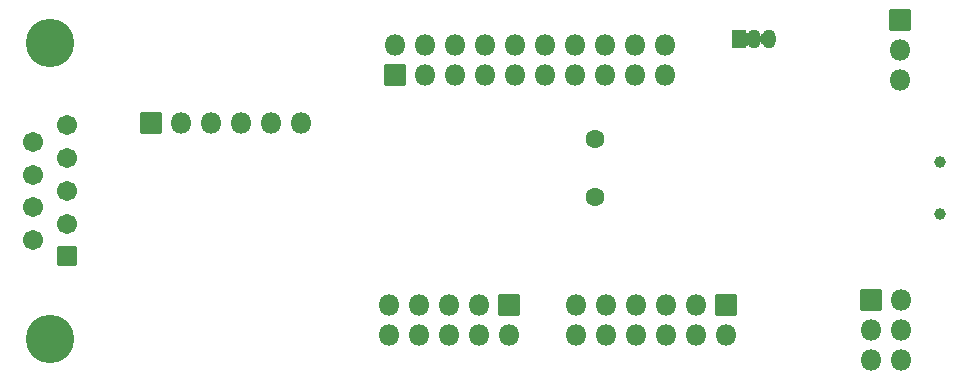
<source format=gbr>
G04 #@! TF.GenerationSoftware,KiCad,Pcbnew,6.99.0-unknown-1140fd0fb0~148~ubuntu20.04.1*
G04 #@! TF.CreationDate,2022-07-29T19:56:23-04:00*
G04 #@! TF.ProjectId,bug-o-matic,6275672d-6f2d-46d6-9174-69632e6b6963,rev?*
G04 #@! TF.SameCoordinates,Original*
G04 #@! TF.FileFunction,Soldermask,Bot*
G04 #@! TF.FilePolarity,Negative*
%FSLAX46Y46*%
G04 Gerber Fmt 4.6, Leading zero omitted, Abs format (unit mm)*
G04 Created by KiCad (PCBNEW 6.99.0-unknown-1140fd0fb0~148~ubuntu20.04.1) date 2022-07-29 19:56:23*
%MOMM*%
%LPD*%
G01*
G04 APERTURE LIST*
G04 Aperture macros list*
%AMRoundRect*
0 Rectangle with rounded corners*
0 $1 Rounding radius*
0 $2 $3 $4 $5 $6 $7 $8 $9 X,Y pos of 4 corners*
0 Add a 4 corners polygon primitive as box body*
4,1,4,$2,$3,$4,$5,$6,$7,$8,$9,$2,$3,0*
0 Add four circle primitives for the rounded corners*
1,1,$1+$1,$2,$3*
1,1,$1+$1,$4,$5*
1,1,$1+$1,$6,$7*
1,1,$1+$1,$8,$9*
0 Add four rect primitives between the rounded corners*
20,1,$1+$1,$2,$3,$4,$5,0*
20,1,$1+$1,$4,$5,$6,$7,0*
20,1,$1+$1,$6,$7,$8,$9,0*
20,1,$1+$1,$8,$9,$2,$3,0*%
G04 Aperture macros list end*
%ADD10C,1.602000*%
%ADD11RoundRect,0.051000X0.850000X-0.850000X0.850000X0.850000X-0.850000X0.850000X-0.850000X-0.850000X0*%
%ADD12O,1.802000X1.802000*%
%ADD13RoundRect,0.051000X-0.525000X-0.750000X0.525000X-0.750000X0.525000X0.750000X-0.525000X0.750000X0*%
%ADD14O,1.152000X1.602000*%
%ADD15RoundRect,0.051000X-0.850000X-0.850000X0.850000X-0.850000X0.850000X0.850000X-0.850000X0.850000X0*%
%ADD16C,1.002000*%
%ADD17RoundRect,0.051000X-0.850000X0.850000X-0.850000X-0.850000X0.850000X-0.850000X0.850000X0.850000X0*%
%ADD18C,4.102000*%
%ADD19RoundRect,0.051000X-0.800000X0.800000X-0.800000X-0.800000X0.800000X-0.800000X0.800000X0.800000X0*%
%ADD20C,1.702000*%
G04 APERTURE END LIST*
D10*
X169250000Y-82700000D03*
X169250000Y-77820000D03*
D11*
X131650000Y-76500000D03*
D12*
X134189999Y-76499999D03*
X136729999Y-76499999D03*
X139269999Y-76499999D03*
X141809999Y-76499999D03*
X144349999Y-76499999D03*
D13*
X181480000Y-69360000D03*
D14*
X182749999Y-69359999D03*
X184019999Y-69359999D03*
D15*
X192600000Y-91475000D03*
D12*
X195139999Y-91474999D03*
X192599999Y-94014999D03*
X195139999Y-94014999D03*
X192599999Y-96554999D03*
X195139999Y-96554999D03*
D16*
X198475000Y-84200000D03*
X198475000Y-79800000D03*
D15*
X195125000Y-67725000D03*
D12*
X195124999Y-70264999D03*
X195124999Y-72804999D03*
D11*
X152325000Y-72400000D03*
D12*
X152324999Y-69859999D03*
X154864999Y-72399999D03*
X154864999Y-69859999D03*
X157404999Y-72399999D03*
X157404999Y-69859999D03*
X159944999Y-72399999D03*
X159944999Y-69859999D03*
X162484999Y-72399999D03*
X162484999Y-69859999D03*
X165024999Y-72399999D03*
X165024999Y-69859999D03*
X167564999Y-72399999D03*
X167564999Y-69859999D03*
X170104999Y-72399999D03*
X170104999Y-69859999D03*
X172644999Y-72399999D03*
X172644999Y-69859999D03*
X175184999Y-72399999D03*
X175184999Y-69859999D03*
X151839999Y-94389999D03*
X151839999Y-91849999D03*
X154379999Y-94389999D03*
X154379999Y-91849999D03*
X156919999Y-94389999D03*
X156919999Y-91849999D03*
X159459999Y-94389999D03*
X159459999Y-91849999D03*
X161999999Y-94389999D03*
D17*
X162000000Y-91850000D03*
X180350000Y-91850000D03*
D12*
X180349999Y-94389999D03*
X177809999Y-91849999D03*
X177809999Y-94389999D03*
X175269999Y-91849999D03*
X175269999Y-94389999D03*
X172729999Y-91849999D03*
X172729999Y-94389999D03*
X170189999Y-91849999D03*
X170189999Y-94389999D03*
X167649999Y-91849999D03*
X167649999Y-94389999D03*
D18*
X123110300Y-69710000D03*
X123110300Y-94710000D03*
D19*
X124530300Y-87750000D03*
D20*
X124530300Y-84980000D03*
X124530300Y-82210000D03*
X124530300Y-79440000D03*
X124530300Y-76670000D03*
X121690300Y-86365000D03*
X121690300Y-83595000D03*
X121690300Y-80825000D03*
X121690300Y-78055000D03*
G36*
X182057919Y-68733767D02*
G01*
X182077595Y-68800779D01*
X182129938Y-68846134D01*
X182198491Y-68855991D01*
X182261644Y-68827150D01*
X182277286Y-68809688D01*
X182279187Y-68809065D01*
X182280677Y-68810399D01*
X182280363Y-68812240D01*
X182252915Y-68848010D01*
X182195576Y-68986442D01*
X182176000Y-69135132D01*
X182176000Y-69584868D01*
X182195576Y-69733558D01*
X182252915Y-69871990D01*
X182283528Y-69911885D01*
X182283789Y-69913868D01*
X182282202Y-69915086D01*
X182280682Y-69914657D01*
X182228348Y-69872246D01*
X182159507Y-69864653D01*
X182097490Y-69895484D01*
X182061899Y-69955094D01*
X182057984Y-69985926D01*
X182056774Y-69987518D01*
X182054790Y-69987266D01*
X182054000Y-69985674D01*
X182054000Y-68734330D01*
X182055000Y-68732598D01*
X182057000Y-68732598D01*
X182057919Y-68733767D01*
G37*
G36*
X183517061Y-68860424D02*
G01*
X183517102Y-68862046D01*
X183465576Y-68986442D01*
X183446000Y-69135132D01*
X183446000Y-69584868D01*
X183465576Y-69733558D01*
X183517102Y-69857954D01*
X183516841Y-69859937D01*
X183514993Y-69860702D01*
X183513608Y-69859855D01*
X183509144Y-69853388D01*
X183508920Y-69852961D01*
X183500107Y-69829725D01*
X183458120Y-69774274D01*
X183393095Y-69750426D01*
X183325501Y-69765519D01*
X183276636Y-69814925D01*
X183269971Y-69829519D01*
X183261080Y-69852961D01*
X183260856Y-69853388D01*
X183256392Y-69859855D01*
X183254585Y-69860713D01*
X183252939Y-69859576D01*
X183252898Y-69857954D01*
X183304424Y-69733558D01*
X183324000Y-69584868D01*
X183324000Y-69135132D01*
X183304424Y-68986442D01*
X183252898Y-68862046D01*
X183253159Y-68860063D01*
X183255007Y-68859298D01*
X183256392Y-68860145D01*
X183260856Y-68866612D01*
X183261080Y-68867039D01*
X183269893Y-68890275D01*
X183311880Y-68945726D01*
X183376905Y-68969574D01*
X183444499Y-68954481D01*
X183493364Y-68905075D01*
X183500029Y-68890481D01*
X183508920Y-68867039D01*
X183509144Y-68866612D01*
X183513608Y-68860145D01*
X183515415Y-68859287D01*
X183517061Y-68860424D01*
G37*
M02*

</source>
